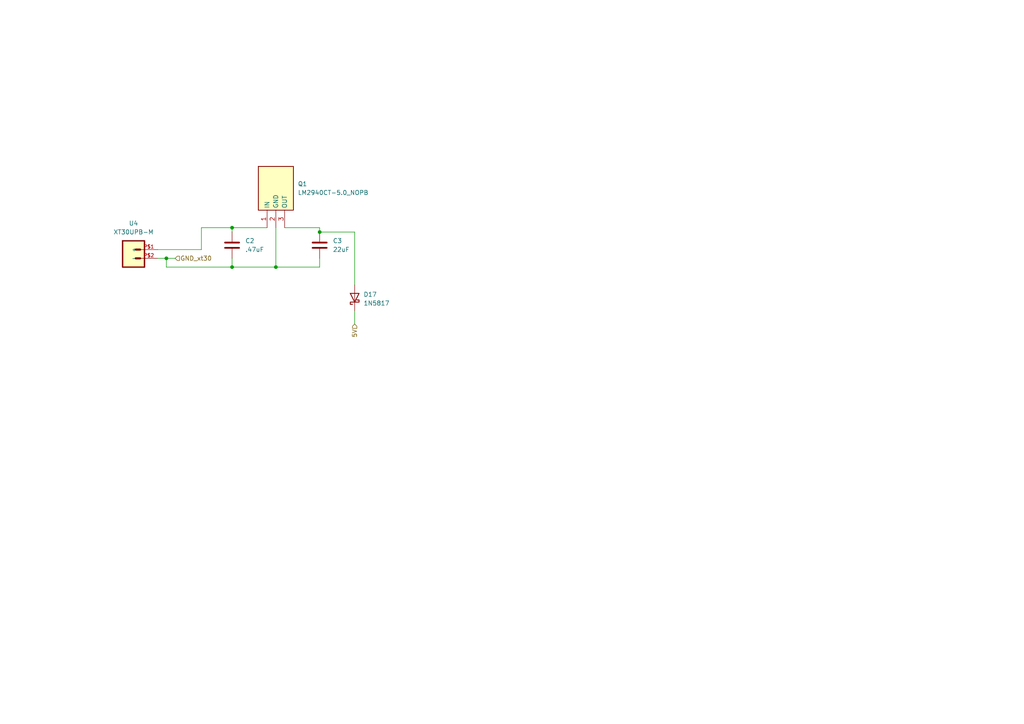
<source format=kicad_sch>
(kicad_sch (version 20230121) (generator eeschema)
  (paper "A4")
  (lib_symbols
    (symbol "Device:C" (pin_numbers hide) (pin_names (offset 0.254))
      (property "Reference" "C" (at 0.635 2.54 0))
      (property "Value" "C" (at 0.635 -2.54 0))
      (symbol "C_0_1"
        (polyline (pts (xy -2.032 -0.762) (xy 2.032 -0.762)) (stroke (width 0.508)))
        (polyline (pts (xy -2.032 0.762) (xy 2.032 0.762)) (stroke (width 0.508)))
      )
      (symbol "C_1_1"
        (pin passive line (at 0 3.81 270) (length 2.794) (name "~") (number "1"))
        (pin passive line (at 0 -3.81 90) (length 2.794) (name "~") (number "2"))
      )
    )
    (symbol "Diode:1N5817" (pin_numbers hide) (pin_names (offset 1.016) hide)
      (property "Reference" "D" (at 0 2.54 0))
      (property "Value" "1N5817" (at 0 -2.54 0))
      (symbol "1N5817_0_1"
        (polyline (pts (xy 1.27 0) (xy -1.27 0)))
        (polyline (pts (xy 1.27 1.27) (xy 1.27 -1.27) (xy -1.27 0) (xy 1.27 1.27)) (stroke (width 0.254)))
        (polyline (pts (xy -1.905 0.635) (xy -1.905 1.27) (xy -1.27 1.27) (xy -1.27 -1.27) (xy -0.635 -1.27) (xy -0.635 -0.635)) (stroke (width 0.254)))
      )
      (symbol "1N5817_1_1"
        (pin passive line (at -3.81 0 0) (length 2.54) (name "K") (number "1"))
        (pin passive line (at 3.81 0 180) (length 2.54) (name "A") (number "2"))
      )
    )
    (symbol "LM2940CT-5.0/NOPB:LM2940CT-5.0_NOPB"
      (property "Reference" "Q" (at 19.05 7.62 0))
      (property "Value" "LM2940CT-5.0_NOPB" (at 19.05 5.08 0))
      (symbol "LM2940CT-5.0_NOPB_1_1"
        (rectangle (start 5.08 2.54) (end 17.78 -7.62) (stroke (width 0.254)) (fill (type background)))
        (pin passive line (at 0 0 0) (length 5.08) (name "IN") (number "1"))
        (pin passive line (at 0 -2.54 0) (length 5.08) (name "GND") (number "2"))
        (pin passive line (at 0 -5.08 0) (length 5.08) (name "OUT") (number "3"))
      )
    )
    (symbol "XT30:XT30UPB-M" (pin_names (offset 1.016))
      (property "Reference" "U" (at -2.54 5.588 0))
      (property "Value" "XT30UPB-M" (at -2.54 -4.826 0))
      (symbol "XT30UPB-M_0_0"
        (rectangle (start -2.54 -2.54) (end 3.81 5.08) (stroke (width 0.4064)) (fill (type background)))
        (polyline (pts (xy 1.27 0) (xy 2.54 0)) (stroke (width 0.6096)))
        (polyline (pts (xy 1.27 2.54) (xy 2.54 2.54)) (stroke (width 0.6096)))
        (pin passive line (at 7.62 2.54 180) (length 5.08) (name "+") (number "P$1"))
        (pin passive line (at 7.62 0 180) (length 5.08) (name "-") (number "P$2"))
      )
    )
  )
  (junction (at 92.71 67.31))
  (junction (at 80.01 77.47))
  (junction (at 67.31 77.47))
  (junction (at 48.26 74.93))
  (junction (at 67.31 66.04))
  (wire (pts (xy 92.71 74.93) (xy 92.71 77.47)))
  (wire (pts (xy 48.26 77.47) (xy 48.26 74.93)))
  (wire (pts (xy 80.01 66.04) (xy 80.01 77.47)))
  (wire (pts (xy 102.87 90.17) (xy 102.87 93.98)))
  (wire (pts (xy 92.71 67.31) (xy 102.87 67.31)))
  (wire (pts (xy 45.72 74.93) (xy 48.26 74.93)))
  (wire (pts (xy 58.42 66.04) (xy 67.31 66.04)))
  (wire (pts (xy 67.31 74.93) (xy 67.31 77.47)))
  (wire (pts (xy 80.01 77.47) (xy 92.71 77.47)))
  (wire (pts (xy 92.71 66.04) (xy 92.71 67.31)))
  (wire (pts (xy 67.31 66.04) (xy 67.31 67.31)))
  (wire (pts (xy 48.26 74.93) (xy 50.8 74.93)))
  (wire (pts (xy 48.26 77.47) (xy 67.31 77.47)))
  (wire (pts (xy 67.31 77.47) (xy 80.01 77.47)))
  (wire (pts (xy 45.72 72.39) (xy 58.42 72.39)))
  (wire (pts (xy 102.87 67.31) (xy 102.87 82.55)))
  (wire (pts (xy 77.47 66.04) (xy 67.31 66.04)))
  (wire (pts (xy 82.55 66.04) (xy 92.71 66.04)))
  (wire (pts (xy 58.42 72.39) (xy 58.42 66.04)))
  (hierarchical_label "5V" (shape input) (at 102.87 93.98 270))
  (hierarchical_label "GND_xt30" (shape input) (at 50.8 74.93 0))
  (symbol (lib_id "Device:C") (at 92.71 71.12 0) (unit 1)
    (property "Reference" "C3" (at 96.52 69.85 0) (effects (justify left)))
    (property "Value" "22uF" (at 96.52 72.39 0) (effects (justify left)))
    (property "Footprint" "Capacitor_THT:C_Disc_D7.0mm_W2.5mm_P5.00mm" (effects hide))
    (instances (project "ROSE-PILK_v1" (path "" (reference "C3") (unit 1))) (project "power" (path "" (reference "C2") (unit 1)) (path "" (reference "C6") (unit 1))))
  )
  (symbol (lib_id "Device:C") (at 67.31 71.12 0) (unit 1)
    (property "Reference" "C2" (at 71.12 69.85 0) (effects (justify left)))
    (property "Value" ".47uF" (at 71.12 72.39 0) (effects (justify left)))
    (property "Footprint" "Capacitor_THT:C_Disc_D7.0mm_W2.5mm_P5.00mm" (effects hide))
    (instances (project "ROSE-PILK_v1" (path "" (reference "C2") (unit 1))) (project "power" (path "" (reference "C1") (unit 1)) (path "" (reference "C5") (unit 1))))
  )
  (symbol (lib_id "LM2940CT-5.0/NOPB:LM2940CT-5.0_NOPB") (at 77.47 66.04 90) (unit 1)
    (property "Reference" "Q1" (at 86.36 53.34 90) (effects (justify right)))
    (property "Value" "LM2940CT-5.0_NOPB" (at 86.36 55.88 90) (effects (justify right)))
    (property "Footprint" "LM2940CT-5.0:TO254P1054X470X1955-3" (effects hide))
    (property "Datasheet" "http://www.ti.com/lit/ds/symlink/lm2940c.pdf" (effects hide))
    (property "Height" "4.7" (effects hide))
    (property "Mouser Part Number" "926-LM2940CT-5.0NOPB" (effects hide))
    (property "Mouser Price/Stock" "https://www.mouser.co.uk/ProductDetail/Texas-Instruments/LM2940CT-5.0-NOPB?qs=X1J7HmVL2ZHd4yipOGCVKg%3D%3D" (effects hide))
    (property "Manufacturer_Name" "Texas Instruments" (effects hide))
    (property "Manufacturer_Part_Number" "LM2940CT-5.0/NOPB" (effects hide))
    (instances (project "ROSE-PILK_v1" (path "" (reference "Q1") (unit 1))) (project "power" (path "" (reference "Q1") (unit 1)) (path "" (reference "Q2") (unit 1))))
  )
  (symbol (lib_id "Diode:1N5817") (at 102.87 86.36 90) (unit 1)
    (property "Reference" "D17" (at 105.41 85.4075 90) (effects (justify right)))
    (property "Value" "1N5817" (at 105.41 87.9475 90) (effects (justify right)))
    (property "Footprint" "Diode_THT:D_DO-41_SOD81_P10.16mm_Horizontal" (effects hide))
    (property "Datasheet" "http://www.vishay.com/docs/88525/1n5817.pdf" (effects hide))
  )
  (symbol (lib_id "XT30:XT30UPB-M") (at 38.1 74.93 0) (unit 1)
    (property "Reference" "U4" (at 38.735 64.77 0))
    (property "Value" "XT30UPB-M" (at 38.735 67.31 0))
    (property "Footprint" "XT30UPB-M:XT30UPB-M" (effects hide))
    (property "MF" "amass" (effects hide))
    (property "Description" "\nSocket; DC supply; XT30; male; PIN: 2; on PCBs; THT; yellow; 15A; 500V\n" (effects hide))
    (property "Package" "None" (effects hide))
    (property "Price" "None" (effects hide))
    (property "SnapEDA_Link" "https://www.snapeda.com/parts/XT30UPB-M/AMASS/view-part/?ref=snap" (effects hide))
    (property "MP" "XT30UPB-M" (effects hide))
    (property "Availability" "Not in stock" (effects hide))
    (property "Check_prices" "https://www.snapeda.com/parts/XT30UPB-M/AMASS/view-part/?ref=eda" (effects hide))
  )
)
</source>
